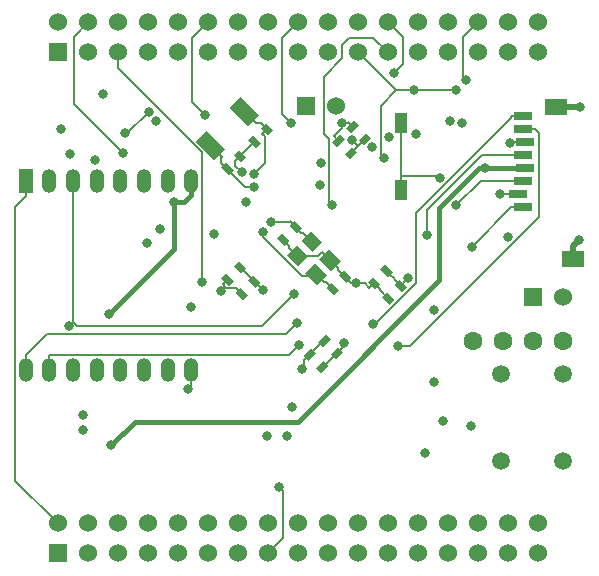
<source format=gbl>
G04 #@! TF.FileFunction,Copper,L4,Bot,Signal*
%FSLAX46Y46*%
G04 Gerber Fmt 4.6, Leading zero omitted, Abs format (unit mm)*
G04 Created by KiCad (PCBNEW 4.0.7) date 02/27/18 15:26:36*
%MOMM*%
%LPD*%
G01*
G04 APERTURE LIST*
%ADD10C,0.100000*%
%ADD11R,1.900000X1.400000*%
%ADD12R,1.500000X0.800000*%
%ADD13R,1.100000X1.800000*%
%ADD14C,1.500000*%
%ADD15R,1.250000X2.000000*%
%ADD16O,1.250000X2.000000*%
%ADD17C,1.524000*%
%ADD18R,1.524000X1.524000*%
%ADD19C,1.600000*%
%ADD20C,0.812800*%
%ADD21C,0.177800*%
%ADD22C,0.508000*%
%ADD23C,0.381000*%
G04 APERTURE END LIST*
D10*
G36*
X85724264Y-119339340D02*
X86360660Y-119975736D01*
X85936396Y-120400000D01*
X85300000Y-119763604D01*
X85724264Y-119339340D01*
X85724264Y-119339340D01*
G37*
G36*
X84663604Y-120400000D02*
X85300000Y-121036396D01*
X84875736Y-121460660D01*
X84239340Y-120824264D01*
X84663604Y-120400000D01*
X84663604Y-120400000D01*
G37*
G36*
X83324264Y-111039340D02*
X83960660Y-111675736D01*
X83536396Y-112100000D01*
X82900000Y-111463604D01*
X83324264Y-111039340D01*
X83324264Y-111039340D01*
G37*
G36*
X82263604Y-112100000D02*
X82900000Y-112736396D01*
X82475736Y-113160660D01*
X81839340Y-112524264D01*
X82263604Y-112100000D01*
X82263604Y-112100000D01*
G37*
G36*
X89075736Y-125660660D02*
X88439340Y-125024264D01*
X88863604Y-124600000D01*
X89500000Y-125236396D01*
X89075736Y-125660660D01*
X89075736Y-125660660D01*
G37*
G36*
X90136396Y-124600000D02*
X89500000Y-123963604D01*
X89924264Y-123539340D01*
X90560660Y-124175736D01*
X90136396Y-124600000D01*
X90136396Y-124600000D01*
G37*
G36*
X80175736Y-115460660D02*
X79539340Y-114824264D01*
X79963604Y-114400000D01*
X80600000Y-115036396D01*
X80175736Y-115460660D01*
X80175736Y-115460660D01*
G37*
G36*
X81236396Y-114400000D02*
X80600000Y-113763604D01*
X81024264Y-113339340D01*
X81660660Y-113975736D01*
X81236396Y-114400000D01*
X81236396Y-114400000D01*
G37*
D11*
X107900000Y-109700000D03*
X109300000Y-122600000D03*
D12*
X105100000Y-110500000D03*
X105100000Y-111600000D03*
X105300000Y-112700000D03*
X105100000Y-113800000D03*
X105300000Y-114900000D03*
X105100000Y-116000000D03*
X104700000Y-117100000D03*
X105100000Y-118200000D03*
D13*
X94800000Y-111050000D03*
X94800000Y-116750000D03*
D14*
X103200000Y-139650000D03*
X103200000Y-132350000D03*
X108500000Y-139650000D03*
X108500000Y-132350000D03*
D15*
X63000000Y-116000000D03*
D16*
X65000000Y-116000000D03*
X67000000Y-116000000D03*
X69000000Y-116000000D03*
X71000000Y-116000000D03*
X73000000Y-116000000D03*
X75000000Y-116000000D03*
X77000000Y-116000000D03*
X77000000Y-132000000D03*
X75000000Y-132000000D03*
X73000000Y-132000000D03*
X71000000Y-132000000D03*
X69000000Y-132000000D03*
X67000000Y-132000000D03*
X65000000Y-132000000D03*
X63000000Y-132000000D03*
D17*
X89240000Y-109600000D03*
D18*
X86700000Y-109600000D03*
D17*
X108440000Y-125800000D03*
D18*
X105900000Y-125800000D03*
D17*
X65700000Y-144960000D03*
D18*
X65700000Y-147500000D03*
D17*
X68240000Y-144960000D03*
X68240000Y-147500000D03*
X70780000Y-144960000D03*
X70780000Y-147500000D03*
X73320000Y-144960000D03*
X73320000Y-147500000D03*
X75860000Y-144960000D03*
X75860000Y-147500000D03*
X78400000Y-144960000D03*
X78400000Y-147500000D03*
X80940000Y-144960000D03*
X80940000Y-147500000D03*
X83480000Y-144960000D03*
X83480000Y-147500000D03*
X86020000Y-144960000D03*
X86020000Y-147500000D03*
X88560000Y-144960000D03*
X88560000Y-147500000D03*
X91100000Y-144960000D03*
X91100000Y-147500000D03*
X93640000Y-144960000D03*
X93640000Y-147500000D03*
X96180000Y-144960000D03*
X96180000Y-147500000D03*
X98720000Y-144960000D03*
X98720000Y-147500000D03*
X101260000Y-144960000D03*
X101260000Y-147500000D03*
X103800000Y-144960000D03*
X103800000Y-147500000D03*
X106340000Y-144960000D03*
X106340000Y-147500000D03*
X65700000Y-102560000D03*
D18*
X65700000Y-105100000D03*
D17*
X68240000Y-102560000D03*
X68240000Y-105100000D03*
X70780000Y-102560000D03*
X70780000Y-105100000D03*
X73320000Y-102560000D03*
X73320000Y-105100000D03*
X75860000Y-102560000D03*
X75860000Y-105100000D03*
X78400000Y-102560000D03*
X78400000Y-105100000D03*
X80940000Y-102560000D03*
X80940000Y-105100000D03*
X83480000Y-102560000D03*
X83480000Y-105100000D03*
X86020000Y-102560000D03*
X86020000Y-105100000D03*
X88560000Y-102560000D03*
X88560000Y-105100000D03*
X91100000Y-102560000D03*
X91100000Y-105100000D03*
X93640000Y-102560000D03*
X93640000Y-105100000D03*
X96180000Y-102560000D03*
X96180000Y-105100000D03*
X98720000Y-102560000D03*
X98720000Y-105100000D03*
X101260000Y-102560000D03*
X101260000Y-105100000D03*
X103800000Y-102560000D03*
X103800000Y-105100000D03*
X106340000Y-102560000D03*
X106340000Y-105100000D03*
D19*
X100900000Y-129500000D03*
X103440000Y-129500000D03*
X105980000Y-129500000D03*
X108520000Y-129500000D03*
D10*
G36*
X86284014Y-121028158D02*
X87128158Y-120184014D01*
X88115986Y-121171842D01*
X87271842Y-122015986D01*
X86284014Y-121028158D01*
X86284014Y-121028158D01*
G37*
G36*
X87846579Y-122590723D02*
X88690723Y-121746579D01*
X89678551Y-122734407D01*
X88834407Y-123578551D01*
X87846579Y-122590723D01*
X87846579Y-122590723D01*
G37*
G36*
X86643224Y-123794077D02*
X87487368Y-122949933D01*
X88475196Y-123937761D01*
X87631052Y-124781905D01*
X86643224Y-123794077D01*
X86643224Y-123794077D01*
G37*
G36*
X85080660Y-122231512D02*
X85924804Y-121387368D01*
X86912632Y-122375196D01*
X86068488Y-123219340D01*
X85080660Y-122231512D01*
X85080660Y-122231512D01*
G37*
G36*
X81167731Y-108869705D02*
X82730295Y-110432269D01*
X81832269Y-111330295D01*
X80269705Y-109767731D01*
X81167731Y-108869705D01*
X81167731Y-108869705D01*
G37*
G36*
X78294049Y-111743387D02*
X79856613Y-113305951D01*
X78958587Y-114203977D01*
X77396023Y-112641413D01*
X78294049Y-111743387D01*
X78294049Y-111743387D01*
G37*
G36*
X88660660Y-131624264D02*
X88024264Y-132260660D01*
X87600000Y-131836396D01*
X88236396Y-131200000D01*
X88660660Y-131624264D01*
X88660660Y-131624264D01*
G37*
G36*
X87600000Y-130563604D02*
X86963604Y-131200000D01*
X86539340Y-130775736D01*
X87175736Y-130139340D01*
X87600000Y-130563604D01*
X87600000Y-130563604D01*
G37*
G36*
X89860660Y-130424264D02*
X89224264Y-131060660D01*
X88800000Y-130636396D01*
X89436396Y-130000000D01*
X89860660Y-130424264D01*
X89860660Y-130424264D01*
G37*
G36*
X88800000Y-129363604D02*
X88163604Y-130000000D01*
X87739340Y-129575736D01*
X88375736Y-128939340D01*
X88800000Y-129363604D01*
X88800000Y-129363604D01*
G37*
G36*
X94624264Y-124339340D02*
X95260660Y-124975736D01*
X94836396Y-125400000D01*
X94200000Y-124763604D01*
X94624264Y-124339340D01*
X94624264Y-124339340D01*
G37*
G36*
X93563604Y-125400000D02*
X94200000Y-126036396D01*
X93775736Y-126460660D01*
X93139340Y-125824264D01*
X93563604Y-125400000D01*
X93563604Y-125400000D01*
G37*
G36*
X93424264Y-123039340D02*
X94060660Y-123675736D01*
X93636396Y-124100000D01*
X93000000Y-123463604D01*
X93424264Y-123039340D01*
X93424264Y-123039340D01*
G37*
G36*
X92363604Y-124100000D02*
X93000000Y-124736396D01*
X92575736Y-125160660D01*
X91939340Y-124524264D01*
X92363604Y-124100000D01*
X92363604Y-124100000D01*
G37*
G36*
X80175736Y-124860660D02*
X79539340Y-124224264D01*
X79963604Y-123800000D01*
X80600000Y-124436396D01*
X80175736Y-124860660D01*
X80175736Y-124860660D01*
G37*
G36*
X81236396Y-123800000D02*
X80600000Y-123163604D01*
X81024264Y-122739340D01*
X81660660Y-123375736D01*
X81236396Y-123800000D01*
X81236396Y-123800000D01*
G37*
G36*
X81375736Y-126060660D02*
X80739340Y-125424264D01*
X81163604Y-125000000D01*
X81800000Y-125636396D01*
X81375736Y-126060660D01*
X81375736Y-126060660D01*
G37*
G36*
X82436396Y-125000000D02*
X81800000Y-124363604D01*
X82224264Y-123939340D01*
X82860660Y-124575736D01*
X82436396Y-125000000D01*
X82436396Y-125000000D01*
G37*
G36*
X88939340Y-112675736D02*
X89575736Y-112039340D01*
X90000000Y-112463604D01*
X89363604Y-113100000D01*
X88939340Y-112675736D01*
X88939340Y-112675736D01*
G37*
G36*
X90000000Y-113736396D02*
X90636396Y-113100000D01*
X91060660Y-113524264D01*
X90424264Y-114160660D01*
X90000000Y-113736396D01*
X90000000Y-113736396D01*
G37*
G36*
X90139340Y-111475736D02*
X90775736Y-110839340D01*
X91200000Y-111263604D01*
X90563604Y-111900000D01*
X90139340Y-111475736D01*
X90139340Y-111475736D01*
G37*
G36*
X91200000Y-112536396D02*
X91836396Y-111900000D01*
X92260660Y-112324264D01*
X91624264Y-112960660D01*
X91200000Y-112536396D01*
X91200000Y-112536396D01*
G37*
D20*
X83775300Y-119412200D03*
X74050000Y-110900000D03*
X109900000Y-109700000D03*
X109800000Y-121000000D03*
X103800000Y-120700000D03*
X67841100Y-135757600D03*
X100704900Y-136687800D03*
X69569300Y-108618900D03*
X90615300Y-112500000D03*
X97542800Y-126864600D03*
X74390600Y-120081500D03*
X81263400Y-115202800D03*
X76713400Y-133596700D03*
X103961600Y-112789400D03*
X90940700Y-124637100D03*
X98058200Y-115685400D03*
X98937100Y-110892000D03*
X87915100Y-116299400D03*
X83062100Y-125227400D03*
X76999500Y-126621600D03*
X86421400Y-131860300D03*
X66734300Y-113692600D03*
X78893100Y-120492900D03*
X82300000Y-115400000D03*
X83093600Y-120282900D03*
X82317700Y-116486600D03*
X85504000Y-135116500D03*
X83400000Y-137562300D03*
X96003900Y-112039800D03*
X68831700Y-114239100D03*
X67841100Y-137082100D03*
X89945500Y-129675400D03*
X97550000Y-132962300D03*
X98291800Y-136269100D03*
X87953900Y-114447300D03*
X89744900Y-111041700D03*
X93719400Y-112247900D03*
X99950000Y-111097700D03*
X92329400Y-113099100D03*
X95319900Y-124187700D03*
X96754700Y-139031600D03*
X85100000Y-137557200D03*
X81634200Y-117770500D03*
X73268300Y-121215600D03*
X79507600Y-125312700D03*
X65972500Y-111594500D03*
X92376900Y-128064200D03*
X94470500Y-129931600D03*
X96993400Y-120563600D03*
X99451300Y-118043300D03*
X103163900Y-117100000D03*
X100800000Y-121550000D03*
X66692400Y-128246100D03*
X85689200Y-125565800D03*
X86121700Y-129881700D03*
X85930900Y-128034700D03*
X84400000Y-141850000D03*
X71200000Y-113600000D03*
X77886700Y-124500000D03*
X78200000Y-110400000D03*
X85450000Y-111050000D03*
X95827200Y-108317400D03*
X93327900Y-114037100D03*
X99448500Y-108317400D03*
X94150000Y-106850000D03*
X88947300Y-117998700D03*
X100300000Y-107400000D03*
X73400000Y-110100000D03*
X71400000Y-111900000D03*
X70200000Y-138350000D03*
X101850000Y-114900000D03*
X70000000Y-127250000D03*
X75550000Y-117800000D03*
D21*
X87200000Y-121100000D02*
X86476700Y-120376700D01*
X86476700Y-120376700D02*
X86337300Y-120376700D01*
X85273800Y-119412200D02*
X85323300Y-119362700D01*
X83775300Y-119412200D02*
X85273800Y-119412200D01*
X85830300Y-119869700D02*
X85323300Y-119362700D01*
X85830300Y-119869700D02*
X86337300Y-120376700D01*
D22*
X107900000Y-109700000D02*
X109900000Y-109700000D01*
X109300000Y-121500000D02*
X109800000Y-121000000D01*
X109300000Y-122600000D02*
X109300000Y-121500000D01*
D21*
X88762600Y-122662600D02*
X88079900Y-121979800D01*
X89445300Y-123484700D02*
X89445300Y-123345300D01*
X90030300Y-124069700D02*
X89445300Y-123484700D01*
X88762600Y-122662600D02*
X89445300Y-123345300D01*
X81130300Y-113869700D02*
X82369700Y-112630300D01*
X87069700Y-130669700D02*
X88269700Y-129469700D01*
X81130300Y-123269700D02*
X82330300Y-124469700D01*
X84769700Y-120930300D02*
X85313900Y-121474500D01*
X87756300Y-122303400D02*
X85996600Y-122303400D01*
X88079900Y-121979800D02*
X87756300Y-122303400D01*
X85313900Y-121620700D02*
X85313900Y-121474500D01*
X85996600Y-122303400D02*
X85313900Y-121620700D01*
X90615300Y-112500000D02*
X91138000Y-113022600D01*
X90530300Y-113630300D02*
X91138000Y-113022600D01*
X91138000Y-113022600D02*
X91730300Y-112430300D01*
X80729400Y-114668800D02*
X80729400Y-114270600D01*
X81263400Y-115202800D02*
X80729400Y-114668800D01*
X81130300Y-113869700D02*
X80729400Y-114270600D01*
X93669700Y-125930300D02*
X92976700Y-125237300D01*
X77000000Y-132000000D02*
X77000000Y-133310100D01*
X90030300Y-124069700D02*
X90537300Y-124576700D01*
X92976700Y-125237300D02*
X92976700Y-125137300D01*
X92469700Y-124630300D02*
X92068700Y-125031300D01*
X92469700Y-124630300D02*
X92976700Y-125137300D01*
X105300000Y-112700000D02*
X104283000Y-112700000D01*
X104193600Y-112789400D02*
X104283000Y-112700000D01*
X103961600Y-112789400D02*
X104193600Y-112789400D01*
X90880300Y-124576700D02*
X90537300Y-124576700D01*
X90940700Y-124637100D02*
X90880300Y-124576700D01*
X91674500Y-124637100D02*
X90940700Y-124637100D01*
X92068700Y-125031300D02*
X91674500Y-124637100D01*
X94800000Y-116750000D02*
X94800000Y-115583000D01*
X97955800Y-115583000D02*
X94800000Y-115583000D01*
X98058200Y-115685400D02*
X97955800Y-115583000D01*
X94800000Y-115583000D02*
X94800000Y-111050000D01*
X82837300Y-125002600D02*
X82837300Y-124976700D01*
X83062100Y-125227400D02*
X82837300Y-125002600D01*
X82330300Y-124469700D02*
X82837300Y-124976700D01*
X77000000Y-133310100D02*
X76713400Y-133596700D01*
X86562700Y-131719000D02*
X86562700Y-131176700D01*
X86421400Y-131860300D02*
X86562700Y-131719000D01*
X87069700Y-130669700D02*
X86562700Y-131176700D01*
X82300000Y-115400000D02*
X82795500Y-114904500D01*
X82795500Y-114904500D02*
X82818000Y-114904500D01*
X83227600Y-112168800D02*
X83029400Y-111970600D01*
X83227600Y-114494900D02*
X83227600Y-112168800D01*
X82818000Y-114904500D02*
X83227600Y-114494900D01*
X83430300Y-111569700D02*
X83029400Y-111970600D01*
X82915900Y-111070100D02*
X82923300Y-111062700D01*
X82470100Y-111070100D02*
X82915900Y-111070100D01*
X81500000Y-110100000D02*
X82470100Y-111070100D01*
X83430300Y-111569700D02*
X82923300Y-111062700D01*
X88388000Y-124548600D02*
X88969700Y-125130300D01*
X88242000Y-124548600D02*
X88388000Y-124548600D01*
X87811300Y-124118000D02*
X87793400Y-124100100D01*
X87811300Y-124118000D02*
X88242000Y-124548600D01*
X87559200Y-123865900D02*
X87676300Y-123983000D01*
X87676300Y-123983000D02*
X87793400Y-124100100D01*
X83093600Y-120700200D02*
X83093600Y-120282900D01*
X86376400Y-123983000D02*
X83093600Y-120700200D01*
X87676300Y-123983000D02*
X86376400Y-123983000D01*
X79562700Y-113977500D02*
X79562700Y-114423300D01*
X79596400Y-113943800D02*
X79562700Y-113977500D01*
X78626300Y-112973700D02*
X79596400Y-113943800D01*
X80069700Y-114930300D02*
X79816200Y-114676800D01*
X79816200Y-114676800D02*
X79562700Y-114423300D01*
X81556400Y-116486600D02*
X82317700Y-116486600D01*
X79816200Y-114746400D02*
X81556400Y-116486600D01*
X79816200Y-114676800D02*
X79816200Y-114746400D01*
X89330300Y-130530300D02*
X88130300Y-131730300D01*
X93530300Y-123569700D02*
X93783800Y-123823200D01*
X94730300Y-124869700D02*
X94223300Y-124362700D01*
X89837300Y-129783600D02*
X89837300Y-130023300D01*
X89945500Y-129675400D02*
X89837300Y-129783600D01*
X89330300Y-130530300D02*
X89837300Y-130023300D01*
X94223300Y-124262700D02*
X94223300Y-124362700D01*
X93783800Y-123823200D02*
X94223300Y-124262700D01*
X90669700Y-111369700D02*
X90268700Y-110968700D01*
X80069700Y-124330300D02*
X79668700Y-124731300D01*
X81269700Y-125530300D02*
X80762700Y-125023300D01*
X89469700Y-112569700D02*
X89068700Y-112168700D01*
X90195700Y-111041700D02*
X90268700Y-110968700D01*
X89744900Y-111041700D02*
X90195700Y-111041700D01*
X89744900Y-111492500D02*
X89068700Y-112168700D01*
X89744900Y-111041700D02*
X89744900Y-111492500D01*
X95131300Y-124376300D02*
X95131300Y-124468700D01*
X95319900Y-124187700D02*
X95131300Y-124376300D01*
X94730300Y-124869700D02*
X95131300Y-124468700D01*
X79668700Y-124731300D02*
X79878900Y-124941400D01*
X79960700Y-125023300D02*
X80762700Y-125023300D01*
X79878900Y-124941400D02*
X79960700Y-125023300D01*
X79507600Y-125312700D02*
X79878900Y-124941400D01*
X104083000Y-110665100D02*
X104083000Y-110500000D01*
X96030600Y-118717500D02*
X104083000Y-110665100D01*
X96030600Y-124594500D02*
X96030600Y-118717500D01*
X92560900Y-128064200D02*
X96030600Y-124594500D01*
X92376900Y-128064200D02*
X92560900Y-128064200D01*
X105100000Y-110500000D02*
X104083000Y-110500000D01*
X105100000Y-111600000D02*
X106117000Y-111600000D01*
X95536400Y-129931600D02*
X94470500Y-129931600D01*
X106467100Y-119000900D02*
X95536400Y-129931600D01*
X106467100Y-111950100D02*
X106467100Y-119000900D01*
X106117000Y-111600000D02*
X106467100Y-111950100D01*
X101600000Y-113800000D02*
X105100000Y-113800000D01*
X96993400Y-118406600D02*
X101600000Y-113800000D01*
X96993400Y-120563600D02*
X96993400Y-118406600D01*
X101494600Y-116000000D02*
X99451300Y-118043300D01*
X105100000Y-116000000D02*
X101494600Y-116000000D01*
X104700000Y-117100000D02*
X103163900Y-117100000D01*
X105100000Y-118200000D02*
X104083000Y-118200000D01*
X100751500Y-121531500D02*
X100800000Y-121550000D01*
X104083000Y-118200000D02*
X100751500Y-121531500D01*
X62108000Y-118159000D02*
X63000000Y-117267000D01*
X62108000Y-141368000D02*
X62108000Y-118159000D01*
X65700000Y-144960000D02*
X62108000Y-141368000D01*
X63000000Y-116000000D02*
X63000000Y-117267000D01*
X82973900Y-128281100D02*
X85689200Y-125565800D01*
X67342600Y-128281100D02*
X82973900Y-128281100D01*
X67000000Y-127938500D02*
X67342600Y-128281100D01*
X66692400Y-128246100D02*
X67000000Y-127938500D01*
X67000000Y-127938500D02*
X67000000Y-116000000D01*
X65000000Y-132000000D02*
X65000000Y-130733000D01*
X85270400Y-130733000D02*
X86121700Y-129881700D01*
X65000000Y-130733000D02*
X85270400Y-130733000D01*
X64761600Y-128971400D02*
X63000000Y-130733000D01*
X84994200Y-128971400D02*
X64761600Y-128971400D01*
X85930900Y-128034700D02*
X84994200Y-128971400D01*
X63000000Y-132000000D02*
X63000000Y-130733000D01*
X84750000Y-146230000D02*
X83480000Y-147500000D01*
X84750000Y-142200000D02*
X84750000Y-146230000D01*
X84400000Y-141850000D02*
X84750000Y-142200000D01*
X67050000Y-103750000D02*
X68240000Y-102560000D01*
X67050000Y-109450000D02*
X67050000Y-103750000D01*
X71200000Y-113600000D02*
X67050000Y-109450000D01*
X77907100Y-124479600D02*
X77886700Y-124500000D01*
X77907100Y-113561600D02*
X77907100Y-124479600D01*
X70780000Y-106434500D02*
X77907100Y-113561600D01*
X70780000Y-105100000D02*
X70780000Y-106434500D01*
X77100000Y-103860000D02*
X78400000Y-102560000D01*
X77100000Y-109300000D02*
X77100000Y-103860000D01*
X78200000Y-110400000D02*
X77100000Y-109300000D01*
X84700000Y-103880000D02*
X86020000Y-102560000D01*
X84700000Y-110300000D02*
X84700000Y-103880000D01*
X85450000Y-111050000D02*
X84700000Y-110300000D01*
X91100000Y-105100000D02*
X94317400Y-108317400D01*
X93046000Y-113755200D02*
X93327900Y-114037100D01*
X93046000Y-109588800D02*
X93046000Y-113755200D01*
X94317400Y-108317400D02*
X93046000Y-109588800D01*
X94317400Y-108317400D02*
X95827200Y-108317400D01*
X95827200Y-108317400D02*
X99448500Y-108317400D01*
X94900000Y-103820000D02*
X93640000Y-102560000D01*
X94900000Y-106100000D02*
X94900000Y-103820000D01*
X94150000Y-106850000D02*
X94900000Y-106100000D01*
X88672200Y-117723600D02*
X88947300Y-117998700D01*
X88672200Y-112442300D02*
X88672200Y-117723600D01*
X88206400Y-111976500D02*
X88672200Y-112442300D01*
X88206400Y-107155600D02*
X88206400Y-111976500D01*
X89800000Y-105562000D02*
X88206400Y-107155600D01*
X89800000Y-104450000D02*
X89800000Y-105562000D01*
X90400000Y-103850000D02*
X89800000Y-104450000D01*
X92390000Y-103850000D02*
X90400000Y-103850000D01*
X93640000Y-105100000D02*
X92390000Y-103850000D01*
X100050000Y-103770000D02*
X101260000Y-102560000D01*
X100050000Y-107150000D02*
X100050000Y-103770000D01*
X100300000Y-107400000D02*
X100050000Y-107150000D01*
X73400000Y-110100000D02*
X71600000Y-111900000D01*
X71600000Y-111900000D02*
X71400000Y-111900000D01*
D23*
X101850000Y-114900000D02*
X101350000Y-114900000D01*
X72200000Y-136350000D02*
X70200000Y-138350000D01*
X86000000Y-136350000D02*
X72200000Y-136350000D01*
X97950000Y-124400000D02*
X86000000Y-136350000D01*
X97950000Y-118300000D02*
X97950000Y-124400000D01*
X101350000Y-114900000D02*
X97950000Y-118300000D01*
X101850000Y-114900000D02*
X105300000Y-114900000D01*
X75550000Y-117800000D02*
X75550000Y-121700000D01*
X75550000Y-121700000D02*
X70000000Y-127250000D01*
X77000000Y-117200000D02*
X77000000Y-116000000D01*
X76400000Y-117800000D02*
X77000000Y-117200000D01*
X75550000Y-117800000D02*
X76400000Y-117800000D01*
M02*

</source>
